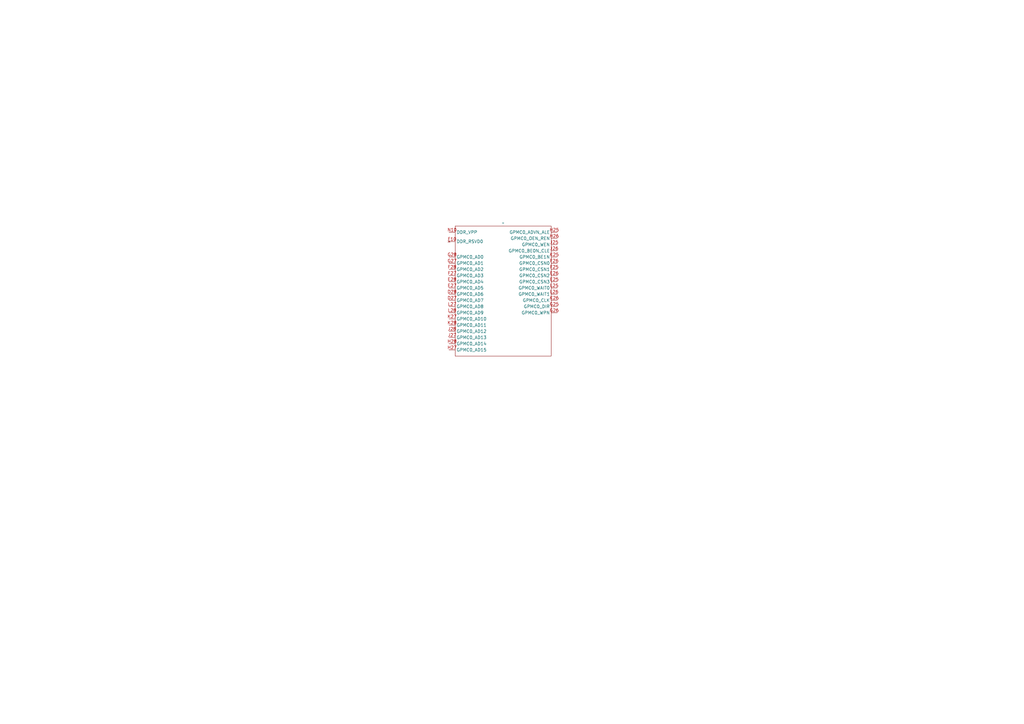
<source format=kicad_sch>
(kicad_sch (version 20250114) (generator "eeschema") (generator_version "9.0")
  (paper "A3")
  (lib_symbols
    (symbol "osd62x-pm_2"
      (symbol "osd62x-pm_2_1_1"
        (rectangle (start -20.32 -2.54) (end 19.05 -198.12))
        (pin power_in line (at -22.86 -5.08 0) (length 2.54) (name "VDD_CORE") (number "G13"))
        (pin power_in line (at -22.86 -7.62 0) (length 2.54) (name "VDD_CORE") (number "G14"))
        (pin power_in line (at -22.86 -10.16 0) (length 2.54) (name "VDD_CORE") (number "G15"))
        (pin power_in line (at -22.86 -12.7 0) (length 2.54) (name "VDD_CORE") (number "G16"))
        (pin power_in line (at -22.86 -15.24 0) (length 2.54) (name "VDD_CORE") (number "G16"))
        (pin power_in line (at -22.86 -17.78 0) (length 2.54) (name "VDD_CORE") (number "H12"))
        (pin power_in line (at -22.86 -20.32 0) (length 2.54) (name "VDD_CORE") (number "H13"))
        (pin power_in line (at -22.86 -22.86 0) (length 2.54) (name "VDD_CORE") (number "H14"))
        (pin power_in line (at -22.86 -25.4 0) (length 2.54) (name "VDD_CORE") (number "H15"))
        (pin power_in line (at -22.86 -27.94 0) (length 2.54) (name "VDD_CORE") (number "H16"))
        (pin power_in line (at -22.86 -30.48 0) (length 2.54) (name "VDD_CORE") (number "J12"))
        (pin power_in line (at -22.86 -33.02 0) (length 2.54) (name "VDD_CORE") (number "J13"))
        (pin power_in line (at -22.86 -35.56 0) (length 2.54) (name "VDD_CORE") (number "J16"))
        (pin power_in line (at -22.86 -38.1 0) (length 2.54) (name "VDD_CORE") (number "K12"))
        (pin power_in line (at -22.86 -40.64 0) (length 2.54) (name "VDD_CORE") (number "K13"))
        (pin power_in line (at -22.86 -43.18 0) (length 2.54) (name "VDD_CORE") (number "K16"))
        (pin power_in line (at -22.86 -45.72 0) (length 2.54) (name "VDD_CORE") (number "L13"))
        (pin power_in line (at -22.86 -48.26 0) (length 2.54) (name "VDD_CORE") (number "L14"))
        (pin power_in line (at -22.86 -50.8 0) (length 2.54) (name "VDD_CORE") (number "L15"))
        (pin power_in line (at -22.86 -55.88 0) (length 2.54) (name "VDDR_CORE") (number "H17"))
        (pin power_in line (at -22.86 -58.42 0) (length 2.54) (name "VDDR_CORE") (number "H18"))
        (pin power_in line (at -22.86 -60.96 0) (length 2.54) (name "VDDR_CORE") (number "J17"))
        (pin power_in line (at -22.86 -63.5 0) (length 2.54) (name "VDDR_CORE") (number "J18"))
        (pin power_in line (at -22.86 -66.04 0) (length 2.54) (name "VDDR_CORE") (number "K17"))
        (pin power_in line (at -22.86 -68.58 0) (length 2.54) (name "VDDR_CORE") (number "K18"))
        (pin power_in line (at -22.86 -71.12 0) (length 2.54) (name "VDDR_CORE") (number "L17"))
        (pin power_in line (at -22.86 -73.66 0) (length 2.54) (name "VDDR_CORE") (number "L18"))
        (pin power_in line (at -22.86 -78.74 0) (length 2.54) (name "DDR_VPP") (number "N10"))
        (pin power_in line (at -22.86 -85.09 0) (length 2.54) (name "VDDA_CORE_CSIRX0") (number "M13"))
        (pin power_in line (at -22.86 -88.9 0) (length 2.54) (name "VDDA_CORE_USB") (number "M12"))
        (pin power_in line (at -22.86 -92.71 0) (length 2.54) (name "VDD_CANUART") (number "G12"))
        (pin power_in line (at -22.86 -102.87 0) (length 2.54) (name "VDDA_1P8_OLDI0") (number "P11"))
        (pin power_in line (at -22.86 -105.41 0) (length 2.54) (name "VDDA_1P8_CSIRX0") (number "P13"))
        (pin power_in line (at -22.86 -107.95 0) (length 2.54) (name "VDDA_1P8_USB") (number "P12"))
        (pin power_in line (at -22.86 -110.49 0) (length 2.54) (name "VDDA_PLL0") (number "N13"))
        (pin power_in line (at -22.86 -113.03 0) (length 2.54) (name "VDDA_PLL1") (number "N14"))
        (pin power_in line (at -22.86 -115.57 0) (length 2.54) (name "VDDA_PLL2") (number "F14"))
        (pin power_in line (at -22.86 -118.11 0) (length 2.54) (name "VDDA_MCU") (number "F13"))
        (pin power_in line (at -22.86 -120.65 0) (length 2.54) (name "VDDA_TEMP") (number "N12"))
        (pin power_in line (at -22.86 -123.19 0) (length 2.54) (name "VDDA_OSC0") (number "D15"))
        (pin power_in line (at -22.86 -125.73 0) (length 2.54) (name "VDDA_3P3_USB") (number "N7"))
        (pin power_in line (at -22.86 -135.89 0) (length 2.54) (name "VPP") (number "C16"))
        (pin power_in line (at -22.86 -144.78 0) (length 2.54) (name "VMON_SYS") (number "A15"))
        (pin power_in line (at -22.86 -149.86 0) (length 2.54) (name "VMON_1P8_SOC") (number "C15"))
        (pin power_in line (at -22.86 -154.94 0) (length 2.54) (name "VMON_3P3_SOC") (number "B15"))
        (pin power_in line (at 21.59 -5.08 180) (length 2.54) (name "VDDS_DDR") (number "K10"))
        (pin power_in line (at 21.59 -7.62 180) (length 2.54) (name "VDDS_DDR") (number "K11"))
        (pin power_in line (at 21.59 -10.16 180) (length 2.54) (name "VDDS_DDR") (number "L9"))
        (pin power_in line (at 21.59 -12.7 180) (length 2.54) (name "VDDS_DDR") (number "L10"))
        (pin power_in line (at 21.59 -15.24 180) (length 2.54) (name "VDDS_DDR") (number "L11"))
        (pin power_in line (at 21.59 -17.78 180) (length 2.54) (name "VDDS_DDR") (number "M8"))
        (pin power_in line (at 21.59 -20.32 180) (length 2.54) (name "VDDS_DDR") (number "M9"))
        (pin power_in line (at 21.59 -22.86 180) (length 2.54) (name "VDDS_DDR") (number "M10"))
        (pin power_in line (at 21.59 -25.4 180) (length 2.54) (name "VDDS_DDR") (number "N8"))
        (pin power_in line (at 21.59 -27.94 180) (length 2.54) (name "VDDS_DDR") (number "N9"))
        (pin power_in line (at 21.59 -31.75 180) (length 2.54) (name "VDDSHV_CANUART") (number "F11"))
        (pin power_in line (at 21.59 -34.29 180) (length 2.54) (name "VDDSHV_CANUART") (number "G10"))
        (pin power_in line (at 21.59 -36.83 180) (length 2.54) (name "VDDSHV_MCU") (number "F12"))
        (pin power_in line (at 21.59 -39.37 180) (length 2.54) (name "VDDSHV_MCU") (number "G11"))
        (pin power_in line (at 21.59 -43.18 180) (length 2.54) (name "VDDSHV0") (number "J21"))
        (pin power_in line (at 21.59 -45.72 180) (length 2.54) (name "VDDSHV0") (number "J22"))
        (pin power_in line (at 21.59 -48.26 180) (length 2.54) (name "VDDSHV1") (number "K21"))
        (pin power_in line (at 21.59 -50.8 180) (length 2.54) (name "VDDSHV1") (number "K22"))
        (pin power_in line (at 21.59 -53.34 180) (length 2.54) (name "VDDSHV2") (number "M21"))
        (pin power_in line (at 21.59 -55.88 180) (length 2.54) (name "VDDSHV2") (number "M22"))
        (pin power_in line (at 21.59 -58.42 180) (length 2.54) (name "VDDSHV3") (number "L21"))
        (pin power_in line (at 21.59 -60.96 180) (length 2.54) (name "VDDSHV3") (number "L22"))
        (pin power_in line (at 21.59 -63.5 180) (length 2.54) (name "VDDSHV4") (number "N11"))
        (pin power_in line (at 21.59 -66.04 180) (length 2.54) (name "VDDSHV4") (number "P10"))
        (pin power_in line (at 21.59 -68.58 180) (length 2.54) (name "VDDSHV5") (number "G21"))
        (pin power_in line (at 21.59 -71.12 180) (length 2.54) (name "VDDSHV5") (number "G22"))
        (pin power_in line (at 21.59 -73.66 180) (length 2.54) (name "VDDSHV6") (number "H21"))
        (pin power_in line (at 21.59 -76.2 180) (length 2.54) (name "VDDSHV6") (number "H22"))
        (pin power_in line (at 21.59 -80.01 180) (length 2.54) (name "VSS") (number "A2"))
        (pin power_in line (at 21.59 -82.55 180) (length 2.54) (name "VSS") (number "A14"))
        (pin power_in line (at 21.59 -85.09 180) (length 2.54) (name "VSS") (number "A27"))
        (pin power_in line (at 21.59 -87.63 180) (length 2.54) (name "VSS") (number "B1"))
        (pin power_in line (at 21.59 -90.17 180) (length 2.54) (name "VSS") (number "B14"))
        (pin power_in line (at 21.59 -92.71 180) (length 2.54) (name "VSS") (number "B28"))
        (pin power_in line (at 21.59 -95.25 180) (length 2.54) (name "VSS") (number "C3"))
        (pin power_in line (at 21.59 -97.79 180) (length 2.54) (name "VSS") (number "C4"))
        (pin power_in line (at 21.59 -100.33 180) (length 2.54) (name "VSS") (number "C14"))
        (pin power_in line (at 21.59 -102.87 180) (length 2.54) (name "VSS") (number "D3"))
        (pin power_in line (at 21.59 -105.41 180) (length 2.54) (name "VSS") (number "D4"))
        (pin power_in line (at 21.59 -107.95 180) (length 2.54) (name "VSS") (number "D14"))
        (pin power_in line (at 21.59 -110.49 180) (length 2.54) (name "VSS") (number "E3"))
        (pin power_in line (at 21.59 -113.03 180) (length 2.54) (name "VSS") (number "E4"))
        (pin power_in line (at 21.59 -115.57 180) (length 2.54) (name "VSS") (number "E5"))
        (pin power_in line (at 21.59 -118.11 180) (length 2.54) (name "VSS") (number "E6"))
        (pin power_in line (at 21.59 -120.65 180) (length 2.54) (name "VSS") (number "E7"))
        (pin power_in line (at 21.59 -123.19 180) (length 2.54) (name "VSS") (number "E8"))
        (pin power_in line (at 21.59 -125.73 180) (length 2.54) (name "VSS") (number "E9"))
        (pin power_in line (at 21.59 -128.27 180) (length 2.54) (name "VSS") (number "E10"))
        (pin power_in line (at 21.59 -130.81 180) (length 2.54) (name "VSS") (number "E11"))
        (pin power_in line (at 21.59 -133.35 180) (length 2.54) (name "VSS") (number "E12"))
        (pin power_in line (at 21.59 -135.89 180) (length 2.54) (name "VSS") (number "E13"))
        (pin power_in line (at 21.59 -138.43 180) (length 2.54) (name "VSS") (number "E16"))
        (pin power_in line (at 21.59 -140.97 180) (length 2.54) (name "VSS") (number "E17"))
        (pin power_in line (at 21.59 -143.51 180) (length 2.54) (name "VSS") (number "E18"))
        (pin power_in line (at 21.59 -146.05 180) (length 2.54) (name "VSS") (number "E19"))
        (pin power_in line (at 21.59 -148.59 180) (length 2.54) (name "VSS") (number "E20"))
        (pin power_in line (at 21.59 -151.13 180) (length 2.54) (name "VSS") (number "E21"))
        (pin power_in line (at 21.59 -153.67 180) (length 2.54) (name "VSS") (number "E22"))
        (pin power_in line (at 21.59 -156.21 180) (length 2.54) (name "VSS") (number "E23"))
        (pin power_in line (at 21.59 -158.75 180) (length 2.54) (name "VSS") (number "E24"))
        (pin power_in line (at 21.59 -161.29 180) (length 2.54) (name "VSS") (number "F19"))
        (pin power_in line (at 21.59 -163.83 180) (length 2.54) (name "VSS") (number "F20"))
        (pin power_in line (at 21.59 -166.37 180) (length 2.54) (name "VSS") (number "F21"))
        (pin power_in line (at 21.59 -168.91 180) (length 2.54) (name "VSS") (number "F22"))
        (pin power_in line (at 21.59 -171.45 180) (length 2.54) (name "VSS") (number "F23"))
        (pin power_in line (at 21.59 -173.99 180) (length 2.54) (name "VSS") (number "F24"))
        (pin power_in line (at 21.59 -176.53 180) (length 2.54) (name "VSS") (number "G19"))
        (pin power_in line (at 21.59 -179.07 180) (length 2.54) (name "VSS") (number "G20"))
        (pin power_in line (at 21.59 -181.61 180) (length 2.54) (name "VSS") (number "G23"))
        (pin power_in line (at 21.59 -184.15 180) (length 2.54) (name "VSS") (number "G24"))
        (pin power_in line (at 21.59 -186.69 180) (length 2.54) (name "VSS") (number "H19"))
        (pin power_in line (at 21.59 -189.23 180) (length 2.54) (name "VSS") (number "H20"))
        (pin power_in line (at 21.59 -191.77 180) (length 2.54) (name "VSS") (number "H24"))
        (pin power_in line (at 21.59 -194.31 180) (length 2.54) (name "VSS") (number "J14"))
        (pin power_in line (at 21.59 -196.85 180) (length 2.54) (name "VSS") (number "J15"))
      )
      (symbol "osd62x-pm_2_2_1"
        (rectangle (start -19.05 -2.54) (end 20.32 -30.48))
        (pin input line (at -184.15 132.08 0) (length 2.54) (name "MCU_OSC0_XI") (number "G1"))
        (pin input line (at -21.59 -5.08 0) (length 2.54) (name "MCU_OSC0_XI") (number "G1"))
        (pin output line (at -21.59 -7.62 0) (length 2.54) (name "MCU_OCS0_XO") (number "G2"))
        (pin input line (at -21.59 -12.7 0) (length 2.54) (name "WKUP_LFOSC0_XI") (number "H1"))
        (pin output line (at -21.59 -15.24 0) (length 2.54) (name "WKUP_LFOSC0_XO") (number "H2"))
        (pin input line (at -21.59 -20.32 0) (length 2.54) (name "EXT_REFCLK1") (number "D16"))
        (pin output line (at -21.59 -22.86 0) (length 2.54) (name "WKUP_CLKOUT0") (number "C7"))
        (pin output line (at 22.86 -5.08 180) (length 2.54) (name "RESETSTATZ") (number "C18"))
        (pin output line (at 22.86 -8.89 180) (length 2.54) (name "PORZ_OUT") (number "D18"))
        (pin input line (at 22.86 -12.7 180) (length 2.54) (name "RESET_REQZ") (number "D17"))
        (pin input line (at 22.86 -16.51 180) (length 2.54) (name "MCU_PORZ") (number "D6"))
        (pin input line (at 22.86 -20.32 180) (length 2.54) (name "MCU_RESETZ") (number "D6"))
        (pin output line (at 22.86 -24.13 180) (length 2.54) (name "MCU_RESETSTATZ") (number "C6"))
      )
      (symbol "osd62x-pm_2_3_1"
        (rectangle (start -20.32 -2.54) (end 19.05 -55.88))
        (pin power_in line (at -22.86 -5.08 0) (length 2.54) (name "DDR_VPP") (number "N10"))
        (pin no_connect line (at -22.86 -8.89 0) (length 2.54) (name "DDR_RSVD0") (number "F10"))
        (pin bidirectional line (at -22.86 -15.24 0) (length 2.54) (name "GPMC0_AD0") (number "G28"))
        (pin bidirectional line (at -22.86 -17.78 0) (length 2.54) (name "GPMC0_AD1") (number "G27"))
        (pin bidirectional line (at -22.86 -20.32 0) (length 2.54) (name "GPMC0_AD2") (number "F28"))
        (pin bidirectional line (at -22.86 -22.86 0) (length 2.54) (name "GPMC0_AD3") (number "F27"))
        (pin bidirectional line (at -22.86 -25.4 0) (length 2.54) (name "GPMC0_AD4") (number "E28"))
        (pin bidirectional line (at -22.86 -27.94 0) (length 2.54) (name "GPMC0_AD5") (number "E27"))
        (pin bidirectional line (at -22.86 -30.48 0) (length 2.54) (name "GPMC0_AD6") (number "D28"))
        (pin bidirectional line (at -22.86 -33.02 0) (length 2.54) (name "GPMC0_AD7") (number "D27"))
        (pin bidirectional line (at -22.86 -35.56 0) (length 2.54) (name "GPMC0_AD8") (number "L27"))
        (pin bidirectional line (at -22.86 -38.1 0) (length 2.54) (name "GPMC0_AD9") (number "L28"))
        (pin bidirectional line (at -22.86 -40.64 0) (length 2.54) (name "GPMC0_AD10") (number "K27"))
        (pin bidirectional line (at -22.86 -43.18 0) (length 2.54) (name "GPMC0_AD11") (number "K28"))
        (pin bidirectional line (at -22.86 -45.72 0) (length 2.54) (name "GPMC0_AD12") (number "J28"))
        (pin bidirectional line (at -22.86 -48.26 0) (length 2.54) (name "GPMC0_AD13") (number "J27"))
        (pin bidirectional line (at -22.86 -50.8 0) (length 2.54) (name "GPMC0_AD14") (number "H28"))
        (pin bidirectional line (at -22.86 -53.34 0) (length 2.54) (name "GPMC0_AD15") (number "H27"))
        (pin output line (at 21.59 -5.08 180) (length 2.54) (name "GPMC0_ADVN_ALE") (number "H25"))
        (pin output line (at 21.59 -7.62 180) (length 2.54) (name "GPMC0_OEN_REN") (number "H26"))
        (pin output line (at 21.59 -10.16 180) (length 2.54) (name "GPMC0_WEN") (number "J25"))
        (pin output line (at 21.59 -12.7 180) (length 2.54) (name "GPMC0_BE0N_CLE") (number "J26"))
        (pin output line (at 21.59 -15.24 180) (length 2.54) (name "GPMC0_BE1N") (number "K25"))
        (pin output line (at 21.59 -17.78 180) (length 2.54) (name "GPMC0_CSN0") (number "F26"))
        (pin output line (at 21.59 -20.32 180) (length 2.54) (name "GPMC0_CSN1") (number "F25"))
        (pin output line (at 21.59 -22.86 180) (length 2.54) (name "GPMC0_CSN2") (number "E26"))
        (pin output line (at 21.59 -25.4 180) (length 2.54) (name "GPMC0_CSN3") (number "E25"))
        (pin output line (at 21.59 -27.94 180) (length 2.54) (name "GPMC0_WAIT0") (number "L25"))
        (pin output line (at 21.59 -30.48 180) (length 2.54) (name "GPMC0_WAIT1") (number "L26"))
        (pin output line (at 21.59 -33.02 180) (length 2.54) (name "GPMC0_CLK") (number "K26"))
        (pin output line (at 21.59 -35.56 180) (length 2.54) (name "GPMC0_DIR") (number "G25"))
        (pin output line (at 21.59 -38.1 180) (length 2.54) (name "GPMC0_WPN") (number "G26"))
      )
    )
  )
  (symbol (lib_name "osd62x-pm_2") (lib_id "octavo_Library:osd62x-pm") (at 207.01 90.17 0) (unit 3)
    (property "Reference" "U1" (effects (hide yes)))
    (property "Value" "~" (at 206.375 91.44 0))
  )
)
</source>
